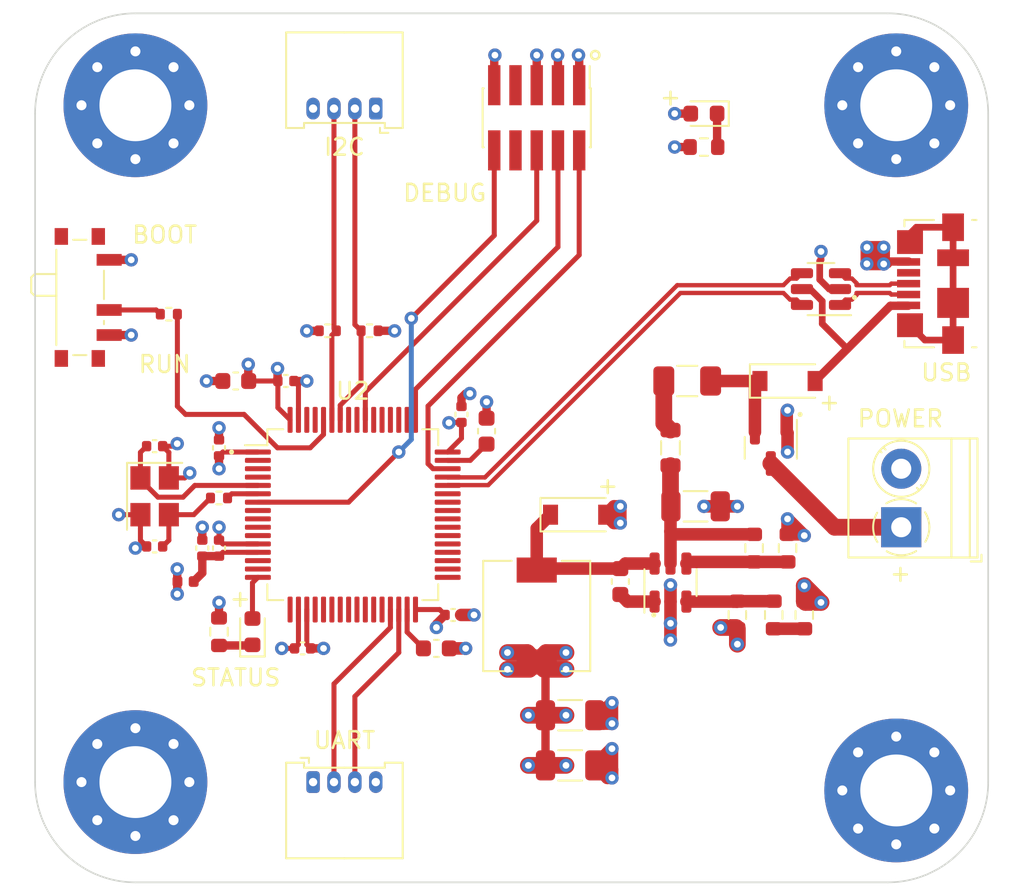
<source format=kicad_pcb>
(kicad_pcb (version 20211014) (generator pcbnew)
  (layers (0 "F.Cu" signal) (1 "In1.Cu" power) (2 "In2.Cu" power) (31 "B.Cu" signal) (34 "B.Paste" user) (35 "F.Paste" user) (36 "B.SilkS" user "B.Silkscreen") (37 "F.SilkS" user "F.Silkscreen") (38 "B.Mask" user) (39 "F.Mask" user) (44 "Edge.Cuts" user))
  (net 0 "")
  (net 1 "BUCK_IN")
  (net 2 "GND")
  (net 3 "+3V3")
  (net 4 "BUCK_BST")
  (net 5 "BUCK_SW")
  (net 6 "+3.3VA")
  (net 7 "Net-(C13-Pad1)")
  (net 8 "Net-(C14-Pad1)")
  (net 9 "HSE_IN")
  (net 10 "Net-(C16-Pad1)")
  (net 11 "Net-(D1-Pad1)")
  (net 12 "+5V")
  (net 13 "Net-(D3-Pad1)")
  (net 14 "LED_STATUS")
  (net 15 "Net-(D4-Pad1)")
  (net 16 "+12V")
  (net 17 "Net-(FB1-Pad1)")
  (net 18 "SWDIO")
  (net 19 "SWCLK")
  (net 20 "SWO")
  (net 23 "NRST")
  (net 24 "UART3_TX")
  (net 25 "UART3_RX")
  (net 26 "I2C1_SCL")
  (net 27 "I2C1_SDA")
  (net 28 "USB_CONN_D-")
  (net 29 "USB_CONN_D+")
  (net 31 "unconnected-(J5-Pad6)")
  (net 32 "BUCK_EN")
  (net 33 "BUCK_FB")
  (net 34 "Net-(R4-Pad1)")
  (net 35 "BOOT0")
  (net 36 "Net-(R7-Pad2)")
  (net 37 "HSE_OUT")
  (net 68 "USB_D-")
  (net 69 "USB_D+")
  (footprint "MountingHole:MountingHole_4.3mm_M4_Pad_Via" (layer "F.Cu") (at 130.5 67.5 180)
    (fp_text reference "H2")
    (fp_text value "MountingHole_Pad")
  )
  (footprint "Capacitor_SMD:C_0402_1005Metric" (layer "F.Cu") (at 95 100 180)
    (fp_text reference "C7")
    (fp_text value "100n" hide)
  )
  (footprint "Resistor_SMD:R_0603_1608Metric" (layer "F.Cu") (at 90 99 -90)
    (fp_text reference "R9")
    (fp_text value "1k5" hide)
  )
  (footprint "MountingHole:MountingHole_4.3mm_M4_Pad_Via" (layer "F.Cu") (at 85 67.5 180)
    (fp_text reference "H3")
    (fp_text value "MountingHole_Pad")
  )
  (footprint "Button_Switch_SMD:SW_SPDT_PCM12" (layer "F.Cu") (at 82 79 -90)
    (fp_text reference "SW1")
    (fp_text value "SW_SPDT")
  )
  (footprint "LED_SMD:LED_0603_1608Metric" (layer "F.Cu") (at 92 99 90)
    (fp_text reference "D3")
    (fp_text value "Blue")
  )
  (footprint "MountingHole:MountingHole_4.3mm_M4_Pad_Via" (layer "F.Cu") (at 85 108)
    (fp_text reference "H1")
    (fp_text value "MountingHole_Pad")
  )
  (footprint "MountingHole:MountingHole_4.3mm_M4_Pad_Via" (layer "F.Cu") (at 130.5 108.5)
    (fp_text reference "H4")
    (fp_text value "MountingHole_Pad")
  )
  (footprint "Inductor_SMD:L_0805_2012Metric" (layer "F.Cu") (at 117 88 -90)
    (fp_text reference "FB1")
    (fp_text value "600 @ 600MHz" hide)
  )
  (footprint "Capacitor_SMD:C_0402_1005Metric" (layer "F.Cu") (at 89 94 90)
    (fp_text reference "C11")
    (fp_text value "1u" hide)
  )
  (footprint "Capacitor_SMD:C_0402_1005Metric" (layer "F.Cu") (at 90 88 90)
    (fp_text reference "C6")
    (fp_text value "100n" hide)
  )
  (footprint "Resistor_SMD:R_0402_1005Metric" (layer "F.Cu") (at 90 91)
    (fp_text reference "R8")
    (fp_text value "47" hide)
  )
  (footprint "Resistor_SMD:R_0402_1005Metric" (layer "F.Cu") (at 96.505 80.995 180)
    (fp_text reference "R11")
    (fp_text value "2k2" hide)
  )
  (footprint "Package_TO_SOT_SMD:SOT-23-6" (layer "F.Cu") (at 117 96.0625 90)
    (fp_text reference "U1")
    (fp_text value "MP2359DJ-LF-Z")
  )
  (footprint "Resistor_SMD:R_0603_1608Metric" (layer "F.Cu") (at 122 94 90)
    (fp_text reference "R1")
    (fp_text value "10K" hide)
  )
  (footprint "Connector_Molex:Molex_PicoBlade_53048-0410_1x04_P1.25mm_Horizontal" (layer "F.Cu") (at 99.375 67.7 180)
    (fp_text reference "J4")
    (fp_text value "Conn_01x04")
  )
  (footprint "LED_SMD:LED_0603_1608Metric" (layer "F.Cu") (at 119 68 180)
    (fp_text reference "D4")
    (fp_text value "RED")
  )
  (footprint "Resistor_SMD:R_0603_1608Metric" (layer "F.Cu") (at 121 98 -90)
    (fp_text reference "R3")
    (fp_text value "47k" hide)
  )
  (footprint "Capacitor_SMD:C_0402_1005Metric" (layer "F.Cu") (at 86.15 93.9 180)
    (fp_text reference "C16")
    (fp_text value "12p" hide)
  )
  (footprint "Capacitor_SMD:C_0603_1608Metric" (layer "F.Cu") (at 114 96 90)
    (fp_text reference "C4")
    (fp_text value "10n" hide)
  )
  (footprint "Capacitor_SMD:C_0603_1608Metric" (layer "F.Cu") (at 106 87 90)
    (fp_text reference "C14")
    (fp_text value "2u2" hide)
  )
  (footprint "Resistor_SMD:R_0603_1608Metric" (layer "F.Cu") (at 123.175 98 90)
    (fp_text reference "R4")
    (fp_text value "15k" hide)
  )
  (footprint "TerminalBlock_Phoenix:TerminalBlock_Phoenix_PT-1,5-2-3.5-H_1x02_P3.50mm_Horizontal" (layer "F.Cu") (at 130.8 92.75 90)
    (fp_text reference "J1")
    (fp_text value "Screw_Terminal_01x02")
  )
  (footprint "Inductor_SMD:L_6.3x6.3_H3" (layer "F.Cu") (at 109 98.0625 -90)
    (fp_text reference "L1")
    (fp_text value "10u" hide)
  )
  (footprint "Connector_Molex:Molex_PicoBlade_53048-0410_1x04_P1.25mm_Horizontal" (layer "F.Cu") (at 95.625 108)
    (fp_text reference "J3")
    (fp_text value "Conn_01x04")
  )
  (footprint "Capacitor_SMD:C_0603_1608Metric" (layer "F.Cu") (at 103 100)
    (fp_text reference "C13")
    (fp_text value "2u2" hide)
  )
  (footprint "Inductor_SMD:L_0402_1005Metric" (layer "F.Cu") (at 88 96)
    (fp_text reference "L2")
    (fp_text value "39n" hide)
  )
  (footprint "Package_TO_SOT_SMD:SOT-23-6" (layer "F.Cu") (at 126 78.5 180)
    (fp_text reference "U3")
    (fp_text value "USBLC6-2SC6")
  )
  (footprint "Fuse:Fuse_1206_3216Metric" (layer "F.Cu") (at 118 84 180)
    (fp_text reference "F1")
    (fp_text value "250mA" hide)
  )
  (footprint "Diode_SMD:D_SOD-123" (layer "F.Cu") (at 111.475 92)
    (fp_text reference "D2")
    (fp_text value "B5819W")
  )
  (footprint "Connector_PinHeader_1.27mm:PinHeader_2x05_P1.27mm_Vertical_SMD" (layer "F.Cu") (at 109 68.25 -90)
    (fp_text reference "J2")
    (fp_text value "SWD")
  )
  (footprint "Package_TO_SOT_SMD:SOT-23" (layer "F.Cu") (at 123 88 -90)
    (fp_text reference "Q1")
    (fp_text value "AO3401A" hide)
  )
  (footprint "Capacitor_SMD:C_0402_1005Metric" (layer "F.Cu") (at 104 98)
    (fp_text reference "C8")
    (fp_text value "100n" hide)
  )
  (footprint "Resistor_SMD:R_0603_1608Metric" (layer "F.Cu") (at 124 94 -90)
    (fp_text reference "R2")
    (fp_text value "68k" hide)
  )
  (footprint "Capacitor_SMD:C_0402_1005Metric" (layer "F.Cu") (at 94 84)
    (fp_text reference "C10")
    (fp_text value "100n" hide)
  )
  (footprint "Diode_SMD:D_SOD-123" (layer "F.Cu") (at 124 84)
    (fp_text reference "D1")
    (fp_text value "B5819W" hide)
  )
  (footprint "Capacitor_SMD:C_1206_3216Metric" (layer "F.Cu") (at 111 107 180)
    (fp_text reference "C3")
    (fp_text value "10u" hide)
  )
  (footprint "Capacitor_SMD:C_0402_1005Metric" (layer "F.Cu") (at 90 94 90)
    (fp_text reference "C12")
    (fp_text value "1u" hide)
  )
  (footprint "Resistor_SMD:R_0402_1005Metric" (layer "F.Cu") (at 87 80 180)
    (fp_text reference "R7")
    (fp_text value "10K" hide)
  )
  (footprint "Connector_USB:USB_Micro-B_Molex_47346-0001" (layer "F.Cu") (at 132.7 78.175 90)
    (fp_text reference "J5")
    (fp_text value "USB_B_Micro")
  )
  (footprint "Capacitor_SMD:C_0402_1005Metric" (layer "F.Cu") (at 104.5 86 90)
    (fp_text reference "C9")
    (fp_text value "100n" hide)
  )
  (footprint "Capacitor_SMD:C_1206_3216Metric" (layer "F.Cu") (at 111 104 180)
    (fp_text reference "C2")
    (fp_text value "10u" hide)
  )
  (footprint "Resistor_SMD:R_0603_1608Metric" (layer "F.Cu") (at 119 70)
    (fp_text reference "R6")
    (fp_text value "1k" hide)
  )
  (footprint "Capacitor_SMD:C_0402_1005Metric" (layer "F.Cu") (at 86.15 87.9)
    (fp_text reference "C15")
    (fp_text value "12p" hide)
  )
  (footprint "Capacitor_SMD:C_0603_1608Metric" (layer "F.Cu") (at 91 84 180)
    (fp_text reference "C5")
    (fp_text value "4u7" hide)
  )
  (footprint "Resistor_SMD:R_0402_1005Metric" (layer "F.Cu") (at 99.005 80.995)
    (fp_text reference "R10")
    (fp_text value "2k2" hide)
  )
  (footprint "Resistor_SMD:R_0603_1608Metric" (layer "F.Cu") (at 125 98 -90)
    (fp_text reference "R5")
    (fp_text value "270" hide)
  )
  (footprint "Crystal:Crystal_SMD_3225-4Pin_3.2x2.5mm" (layer "F.Cu") (at 86.15 90.9 -90)
    (fp_text reference "Y1")
    (fp_text value "16MHz" hide)
  )
  (footprint "Capacitor_SMD:C_1206_3216Metric" (layer "F.Cu") (at 118.5 91.5)
    (fp_text reference "C1")
    (fp_text value "10u" hide)
  )
  (footprint "Package_QFP:LQFP-64_10x10mm_P0.5mm" (layer "F.Cu") (at 98 92)
    (fp_text reference "U2")
    (fp_text value "STM32F405RGT6")
  )
  (gr_circle (center 116 98) (end 116 98) (layer "F.SilkS") (width 0.15) (fill none))
  (gr_circle (center 90.75 88.25) (end 90.75 88.25) (layer "F.SilkS") (width 0.15) (fill none))
  (gr_circle (center 124.75 86) (end 124.75 86) (layer "F.SilkS") (width 0.15) (fill none))
  (gr_circle (center 128 79) (end 128 79) (layer "F.SilkS") (width 0.15) (fill none))
  (gr_circle (center 112.5 64.5) (end 112.75 64.5) (layer "F.SilkS") (width 0.15) (fill none))
  (gr_line (start 79 68) (end 79 108) (layer "Edge.Cuts") (width 0.1))
  (gr_arc (start 136 108) (mid 134.242641 112.242641) (end 130 114) (layer "Edge.Cuts") (width 0.1))
  (gr_arc (start 79 68) (mid 80.757359 63.757359) (end 85 62) (layer "Edge.Cuts") (width 0.1))
  (gr_arc (start 130 62) (mid 134.242641 63.757359) (end 136 68) (layer "Edge.Cuts") (width 0.1))
  (gr_line (start 130 62) (end 85 62) (layer "Edge.Cuts") (width 0.1))
  (gr_arc (start 85 114) (mid 80.757359 112.242641) (end 79 108) (layer "Edge.Cuts") (width 0.1))
  (gr_line (start 136 68) (end 136 108) (layer "Edge.Cuts") (width 0.1))
  (gr_line (start 130 114) (end 85 114) (layer "Edge.Cuts") (width 0.1))
  (gr_text "+" (at 91.265 97) (layer "F.SilkS") (effects (font (size 1 1))))
  (gr_text "POWER" (at 130.75 86.25) (layer "F.SilkS") (effects (font (size 1 1))))
  (gr_text "I2C" (at 97.5 70) (layer "F.SilkS") (effects (font (size 1 1))))
  (gr_text "BOOT" (at 86.75 75.25) (layer "F.SilkS") (effects (font (size 1 1))))
  (gr_text "+" (at 113.25 90.25) (layer "F.SilkS") (effects (font (size 1 1))))
  (gr_text "+" (at 117 67) (layer "F.SilkS") (effects (font (size 1 1))))
  (gr_text "USB" (at 133.5 83.5) (layer "F.SilkS") (effects (font (size 1 1))))
  (gr_text "DEBUG" (at 103.5 72.75) (layer "F.SilkS") (effects (font (size 1 1))))
  (gr_text "UART" (at 97.5 105.5) (layer "F.SilkS") (effects (font (size 1 1))))
  (gr_text "STATUS" (at 91 101.75) (layer "F.SilkS") (effects (font (size 1 1))))
  (gr_text "+" (at 130.75 95.5) (layer "F.SilkS") (effects (font (size 1 1))))
  (gr_text "RUN" (at 86.75 83) (layer "F.SilkS") (effects (font (size 1 1))))
  (gr_text "+" (at 126.5 85.25) (layer "F.SilkS") (effects (font (size 1 1))))
  (segment (start 117 91.525) (end 117.025 91.5) (width 0.75) (layer "F.Cu") (net 1))
  (segment (start 117 94.925) (end 117 93) (width 0.75) (layer "F.Cu") (net 1))
  (segment (start 117 93) (end 117 91.525) (width 0.75) (layer "F.Cu") (net 1))
  (segment (start 122 93.175) (end 117.175 93.175) (width 0.75) (layer "F.Cu") (net 1))
  (segment (start 117.175 93.175) (end 117 93) (width 0.75) (layer "F.Cu") (net 1))
  (segment (start 117 89.0625) (end 117 91.475) (width 1) (layer "F.Cu") (net 1))
  (segment (start 117 91.475) (end 117.025 91.5) (width 1) (layer "F.Cu") (net 1))
  (segment (start 87 89.8) (end 87.95 89.8) (width 0.3) (layer "F.Cu") (net 2))
  (segment (start 112.975 104.5) (end 112.475 104) (width 0.75) (layer "F.Cu") (net 2))
  (segment (start 112.75 104) (end 113.5 103.25) (width 0.75) (layer "F.Cu") (net 2))
  (segment (start 85.3 93.53) (end 85.67 93.9) (width 0.3) (layer "F.Cu") (net 2))
  (segment (start 90.23 93.75) (end 90 93.52) (width 0.3) (layer "F.Cu") (net 2))
  (segment (start 113.625 91.5) (end 113.125 92) (width 0.75) (layer "F.Cu") (net 2))
  (segment (start 84.75 81.25) (end 83.43 81.25) (width 0.5) (layer "F.Cu") (net 2))
  (segment (start 127.1375 78.5) (end 126.496902 78.5) (width 0.4) (layer "F.Cu") (net 2))
  (segment (start 130 77) (end 130 76.950978) (width 0.5) (layer "F.Cu") (net 2))
  (segment (start 113.5 107.75) (end 113.5 107.25) (width 0.75) (layer "F.Cu") (net 2))
  (segment (start 128.742714 76.988615) (end 128.742714 76.007286) (width 0.75) (layer "F.Cu") (net 2))
  (segment (start 121 91.5) (end 119.975 91.5) (width 0.75) (layer "F.Cu") (net 2))
  (segment (start 117.25 70) (end 118.175 70) (width 0.5) (layer "F.Cu") (net 2))
  (segment (start 114 92.5) (end 113.625 92.5) (width 0.75) (layer "F.Cu") (net 2))
  (segment (start 106.46 64.54) (end 106.5 64.5) (width 0.5) (layer "F.Cu") (net 2))
  (segment (start 89.25 84) (end 90.225 84) (width 0.5) (layer "F.Cu") (net 2))
  (segment (start 113.225 107.75) (end 112.475 107) (width 0.75) (layer "F.Cu") (net 2))
  (segment (start 125 93.25) (end 124 92.25) (width 0.75) (layer "F.Cu") (net 2))
  (segment (start 124 88.25) (end 124 87.1125) (width 0.75) (layer "F.Cu") (net 2))
  (segment (start 124 87.1125) (end 123.95 87.0625) (width 0.75) (layer "F.Cu") (net 2))
  (segment (start 114 92.5) (end 114 91.5) (width 0.75) (layer "F.Cu") (net 2))
  (segment (start 87 88.27) (end 86.63 87.9) (width 0.3) (layer "F.Cu") (net 2))
  (segment (start 117 98.5) (end 117 97.2) (width 0.75) (layer "F.Cu") (net 2))
  (segment (start 125.92452 76.82548) (end 126 76.75) (width 0.4) (layer "F.Cu") (net 2))
  (segment (start 113.5 103.25) (end 113.5 104.5) (width 0.75) (layer "F.Cu") (net 2))
  (segment (start 94.75 86.325) (end 94.75 84.27) (width 0.3) (layer "F.Cu") (net 2))
  (segment (start 85.1 93.9) (end 85 94) (width 0.3) (layer "F.Cu") (net 2))
  (segment (start 113.5 106) (end 113.475 106) (width 0.75) (layer "F.Cu") (net 2))
  (segment (start 129.731329 76) (end 128.742714 76.988615) (width 0.75) (layer "F.Cu") (net 2))
  (segment (start 85.3 92) (end 84 92) (width 0.3) (layer "F.Cu") (net 2))
  (segment (start 123.95 87.0625) (end 123.95 85.8) (width 0.75) (layer "F.Cu") (net 2))
  (segment (start 113.625 92.5) (end 113.125 92) (width 0.75) (layer "F.Cu") (net 2))
  (segment (start 106.46 66.3) (end 106.46 64.54) (width 0.5) (layer "F.Cu") (net 2))
  (segment (start 114 91.5) (end 113.625 91.5) (width 0.75) (layer "F.Cu") (net 2))
  (segment (start 129.75 77) (end 128.754099 77) (width 0.75) (layer "F.Cu") (net 2))
  (segment (start 123.95 85.8) (end 124 85.75) (width 0.75) (layer "F.Cu") (net 2))
  (segment (start 85.3 92) (end 85.3 93.53) (width 0.3) (layer "F.Cu") (net 2))
  (segment (start 113.5 106) (end 113.5 107.75) (width 0.75) (layer "F.Cu") (net 2))
  (segment (start 126 97.25) (end 125 96.25) (width 1) (layer "F.Cu") (net 2))
  (segment (start 103.775 100) (end 104.75 100) (width 0.75) (layer "F.Cu") (net 2))
  (segment (start 125.075 97.25) (end 125 97.175) (width 1) (layer "F.Cu") (net 2))
  (segment (start 130.100489 76.850489) (end 131.24 76.850489) (width 0.5) (layer "F.Cu") (net 2))
  (segment (start 104.5 85) (end 104.75 84.75) (width 0.5) (layer "F.Cu") (net 2))
  (segment (start 113.5 107.75) (end 113.225 107.75) (width 0.75) (layer "F.Cu") (net 2))
  (segment (start 94.75 99.77) (end 94.75 97.675) (width 0.3) (layer "F.Cu") (net 2))
  (segment (start 129.75 76) (end 129.731329 76) (width 0.75) (layer "F.Cu") (net 2))
  (segment (start 116.996508 98.503492) (end 117 98.5) (width 0.75) (layer "F.Cu") (net 2))
  (segment (start 92.325 93.75) (end 90.23 93.75) (width 0.3) (layer "F.Cu") (net 2))
  (segment (start 126 76.75) (end 126 76.25) (width 0.4) (layer "F.Cu") (net 2))
  (segment (start 113.5 107.25) (end 112.8625 106.6125) (width 0.75) (layer "F.Cu") (net 2))
  (segment (start 94.75 84.27) (end 94.48 84) (width 0.3) (layer "F.Cu") (net 2))
  (segment (start 126 97.25) (end 125.075 97.25) (width 1) (layer "F.Cu") (net 2))
  (segment (start 113.5 104.5) (end 112.975 104.5) (width 0.75) (layer "F.Cu") (net 2))
  (segment (start 104.48 98) (end 105.25 98) (width 0.75) (layer "F.Cu") (net 2))
  (segment (start 130 76.950978) (end 130.100489 76.850489) (width 0.5) (layer "F.Cu") (net 2))
  (segment (start 112.8625 106.6125) (end 112.475 107) (width 0.75) (layer "F.Cu") (net 2))
  (segment (start 87 89.8) (end 87 88.27) (width 0.3) (layer "F.Cu") (net 2))
  (segment (start 109 66.3) (end 109 64.5) (width 0.5) (layer "F.Cu") (net 2))
  (segment (start 124.925 93.175) (end 125 93.25) (width 0.75) (layer "F.Cu") (net 2))
  (segment (start 110.27 66.3) (end 110.27 64.52) (width 0.5) (layer "F.Cu") (net 2))
  (segment (start 110.27 64.52) (end 110.25 64.5) (width 0.5) (layer "F.Cu") (net 2))
  (segment (start 128.742714 76.007286) (end 128.75 76) (width 0.75) (layer "F.Cu") (net 2))
  (segment (start 112.475 104) (end 112.75 104) (width 0.75) (layer "F.Cu") (net 2))
  (segment (start 125.92452 77.927618) (end 125.92452 76.82548) (width 0.4) (layer "F.Cu") (net 2))
  (segment (start 116.996508 99.496002) (end 116.996508 98.503492) (width 0.75) (layer "F.Cu") (net 2))
  (segment (start 129.75 76) (end 129.75 77) (width 0.75) (layer "F.Cu") (net 2))
  (segment (start 95.25 84) (end 94.48 84) (width 0.5) (layer "F.Cu") (net 2))
  (segment (start 124 93.175) (end 124.925 93.175) (width 0.75) (layer "F.Cu") (net 2))
  (segment (start 90 87.52) (end 90 86.8) (width 0.5) (layer "F.Cu") (net 2))
  (segment (start 128.754099 77) (end 128.742714 76.988615) (width 0.75) (layer "F.Cu") (net 2))
  (segment (start 86.63 87.9) (end 87.35 87.9) (width 0.3) (layer "F.Cu") (net 2))
  (segment (start 89 93.52) (end 89 92.75) (width 0.5) (layer "F.Cu") (net 2))
  (segment (start 94.52 100) (end 94.75 99.77) (width 0.3) (layer "F.Cu") (net 2))
  (segment (start 125 97.175) (end 125 96.25) (width 1) (layer "F.Cu") (net 2))
  (segment (start 87.95 89.8) (end 88.25 89.5) (width 0.3) (layer "F.Cu") (net 2))
  (segment (start 106 86.225) (end 106 85.25) (width 0.5) (layer "F.Cu") (net 2))
  (segment (start 119 91.5) (end 119.975 91.5) (width 0.75) (layer "F.Cu") (net 2))
  (segment (start 113.475 106) (end 112.8625 106.6125) (width 0.75) (layer "F.Cu") (net 2))
  (segment (start 85.67 93.9) (end 85.1 93.9) (width 0.3) (layer "F.Cu") (net 2))
  (segment (start 129.75 76) (end 128.75 76) (width 0.75) (layer "F.Cu") (net 2))
  (segment (start 126.496902 78.5) (end 125.92452 77.927618) (width 0.4) (layer "F.Cu") (net 2))
  (segment (start 87.35 87.9) (end 87.5 87.75) (width 0.3) (layer "F.Cu") (net 2))
  (segment (start 90 98.175) (end 90 97.25) (width 0.5) (layer "F.Cu") (net 2))
  (segment (start 124 92.25) (end 124 93.175) (width 0.75) (layer "F.Cu") (net 2))
  (segment (start 117 97.2) (end 117 96.2) (width 0.75) (layer "F.Cu") (net 2))
  (segment (start 94.52 100) (end 93.75 100) (width 0.3) (layer "F.Cu") (net 2))
  (segment (start 90 93.52) (end 90 92.75) (width 0.3) (layer "F.Cu") (net 2))
  (segment (start 104.5 85.52) (end 104.5 85) (width 0.5) (layer "F.Cu") (net 2))
  (via (at 114 92.5) (size 0.8) (drill 0.4) (layers "F.Cu" "B.Cu") (net 2))
  (via (at 113.5 104.5) (size 0.8) (drill 0.4) (layers "F.Cu" "B.Cu") (net 2))
  (via (at 129.75 76) (size 0.8) (drill 0.4) (layers "F.Cu" "B.Cu") (net 2))
  (via (at 113.5 103.25) (size 0.8) (drill 0.4) (layers "F.Cu" "B.Cu") (net 2))
  (via (at 104.75 100) (size 0.8) (drill 0.4) (layers "F.Cu" "B.Cu") (net 2))
  (via (at 84 92) (size 0.8) (drill 0.4) (layers "F.Cu" "B.Cu") (net 2))
  (via (at 124 92.25) (size 0.8) (drill 0.4) (layers "F.Cu" "B.Cu") (net 2))
  (via (at 93.75 100) (size 0.8) (drill 0.4) (layers "F.Cu" "B.Cu") (net 2))
  (via (at 90 86.8) (size 0.8) (drill 0.4) (layers "F.Cu" "B.Cu") (net 2))
  (via (at 121 91.5) (size 0.8) (drill 0.4) (layers "F.Cu" "B.Cu") (net 2))
  (via (at 106 85.25) (size 0.8) (drill 0.4) (layers "F.Cu" "B.Cu") (net 2))
  (via (at 128.742714 76.988615) (size 0.8) (drill 0.4) (layers "F.Cu" "B.Cu") (net 2))
  (via (at 89 92.75) (size 0.8) (drill 0.4) (layers "F.Cu" "B.Cu") (net 2))
  (via (at 114 91.5) (size 0.8) (drill 0.4) (layers "F.Cu" "B.Cu") (net 2))
  (via (at 90 92.75) (size 0.8) (drill 0.4) (layers "F.Cu" "B.Cu") (net 2))
  (via (at 113.5 107.75) (size 0.8) (drill 0.4) (layers "F.Cu" "B.Cu") (net 2))
  (via (at 124 85.75) (size 0.8) (drill 0.4) (layers "F.Cu" "B.Cu") (net 2))
  (via (at 84.75 81.25) (size 0.8) (drill 0.4) (layers "F.Cu" "B.Cu") (net 2))
  (via (at 129.75 77) (size 0.8) (drill 0.4) (layers "F.Cu" "B.Cu") (net 2))
  (via (at 126 97.25) (size 0.8) (drill 0.4) (layers "F.Cu" "B.Cu") (net 2))
  (via (at 110.25 64.5) (size 0.8) (drill 0.4) (layers "F.Cu" "B.Cu") (net 2))
  (via (at 128.75 76) (size 0.8) (drill 0.4) (layers "F.Cu" "B.Cu") (net 2))
  (via (at 119 91.5) (size 0.8) (drill 0.4) (layers "F.Cu" "B.Cu") (net 2))
  (via (at 109 64.5) (size 0.8) (drill 0.4) (layers "F.Cu" "B.Cu") (net 2))
  (via (at 125 96.25) (size 0.8) (drill 0.4) (layers "F.Cu" "B.Cu") (net 2))
  (via (at 126 76.25) (size 0.8) (drill 0.4) (layers "F.Cu" "B.Cu") (net 2))
  (via (at 124 88.25) (size 0.8) (drill 0.4) (layers "F.Cu" "B.Cu") (net 2))
  (via (at 113.5 106) (size 0.8) (drill 0.4) (layers "F.Cu" "B.Cu") (net 2))
  (via (at 95.25 84) (size 0.8) (drill 0.4) (layers "F.Cu" "B.Cu") (net 2))
  (via (at 85 94) (size 0.8) (drill 0.4) (layers "F.Cu" "B.Cu") (net 2))
  (via (at 106.5 64.5) (size 0.8) (drill 0.4) (layers "F.Cu" "B.Cu") (net 2))
  (via (at 87.5 87.75) (size 0.8) (drill 0.4) (layers "F.Cu" "B.Cu") (net 2))
  (via (at 90 97.25) (size 0.8) (drill 0.4) (layers "F.Cu" "B.Cu") (net 2))
  (via (at 88.25 89.5) (size 0.8) (drill 0.4) (layers "F.Cu" "B.Cu") (net 2))
  (via (at 105.25 98) (size 0.8) (drill 0.4) (layers "F.Cu" "B.Cu") (net 2))
  (via (at 117.25 70) (size 0.8) (drill 0.4) (layers "F.Cu" "B.Cu") (net 2))
  (via (at 117 96.2) (size 0.8) (drill 0.4) (layers "F.Cu" "B.Cu") (net 2))
  (via (at 116.996508 99.496002) (size 0.8) (drill 0.4) (layers "F.Cu" "B.Cu") (net 2))
  (via (at 117 98.5) (size 0.8) (drill 0.4) (layers "F.Cu" "B.Cu") (net 2))
  (via (at 89.25 84) (size 0.8) (drill 0.4) (layers "F.Cu" "B.Cu") (net 2))
  (via (at 105 84.75) (size 0.8) (drill 0.4) (layers "F.Cu" "B.Cu") (net 2))
  (via (at 125 93.25) (size 0.8) (drill 0.4) (layers "F.Cu" "B.Cu") (net 2))
  (segment (start 87.5 95.985) (end 87.515 96) (width 0.5) (layer "F.Cu") (net 3))
  (segment (start 93.5 83.98) (end 93.52 84) (width 0.5) (layer "F.Cu") (net 3))
  (segment (start 121 99.75) (end 121 98.825) (width 1) (layer "F.Cu") (net 3))
  (segment (start 103 98.75) (end 103 98.52) (width 0.5) (layer "F.Cu") (net 3))
  (segment (start 84.75 76.75) (end 83.43 76.75) (width 0.5) (layer "F.Cu") (net 3))
  (segment (start 103.195 97.675) (end 103.52 98) (width 0.3) (layer "F.Cu") (net 3))
  (segment (start 101.75 97.675) (end 103.195 97.675) (width 0.3) (layer "F.Cu") (net 3))
  (segment (start 96.25 100) (end 95.48 100) (width 0.5) (layer "F.Cu") (net 3))
  (segment (start 108.5 107) (end 109.525 107) (width 1) (layer "F.Cu") (net 3))
  (segment (start 104.5 86.48) (end 103.77 86.48) (width 0.3) (layer "F.Cu") (net 3))
  (segment (start 117.25 68) (end 118.2125 68) (width 0.5) (layer "F.Cu") (net 3))
  (segment (start 104.5 86.48) (end 104.5 87.425) (width 0.3) (layer "F.Cu") (net 3))
  (segment (start 87.5 96.015) (end 87.515 96) (width 0.5) (layer "F.Cu") (net 3))
  (segment (start 92.325 88.25) (end 90.23 88.25) (width 0.3) (layer "F.Cu") (net 3))
  (segment (start 100.495 80.995) (end 100.5 81) (width 0.5) (layer "F.Cu") (net 3))
  (segment (start 109.5625 100.25) (end 109 100.8125) (width 1) (layer "F.Cu") (net 3))
  (segment (start 109.525 104) (end 109.525 101.3375) (width 0.5) (layer "F.Cu") (net 3))
  (segment (start 91.75 83.975) (end 91.775 84) (width 0.5) (layer "F.Cu") (net 3))
  (segment (start 87.5 96.75) (end 87.5 96.015) (width 0.5) (layer "F.Cu") (net 3))
  (segment (start 99.515 80.995) (end 100.495 80.995) (width 0.5) (layer "F.Cu") (net 3))
  (segment (start 90.23 88.25) (end 90 88.48) (width 0.3) (layer "F.Cu") (net 3))
  (segment (start 91.75 83) (end 91.75 83.975) (width 0.5) (layer "F.Cu") (net 3))
  (segment (start 104.5 87.425) (end 103.675 88.25) (width 0.3) (layer "F.Cu") (net 3))
  (segment (start 111.54 66.3) (end 111.54 64.54) (width 0.5) (layer "F.Cu") (net 3))
  (segment (start 95.25 81) (end 95.99 81) (width 0.5) (layer "F.Cu") (net 3))
  (segment (start 107.25 101.25) (end 108.5625 101.25) (width 1) (layer "F.Cu") (net 3))
  (segment (start 110.75 100.25) (end 109.5625 100.25) (width 1) (layer "F.Cu") (net 3))
  (segment (start 110.75 104) (end 109.525 104) (width 1) (layer "F.Cu") (net 3))
  (segment (start 103 98.52) (end 103.52 98) (width 0.5) (layer "F.Cu") (net 3))
  (segment (start 90 89.25) (end 90 88.48) (width 0.5) (layer "F.Cu") (net 3))
  (segment (start 107.25 100.25) (end 108.4375 100.25) (width 1) (layer "F.Cu") (net 3))
  (segment (start 110.75 101.25) (end 109.4375 101.25) (width 1) (layer "F.Cu") (net 3))
  (segment (start 93.52 84) (end 91.775 84) (width 0.3) (layer "F.Cu") (net 3))
  (segment (start 103.77 86.48) (end 103.75 86.5) (width 0.3) (layer "F.Cu") (net 3))
  (segment (start 95.99 81) (end 95.995 80.995) (width 0.5) (layer "F.Cu") (net 3))
  (segment (start 87.5 95.25) (end 87.5 95.985) (width 0.5) (layer "F.Cu") (net 3))
  (segment (start 93.5 83.25) (end 93.5 83.98) (width 0.5) (layer "F.Cu") (net 3))
  (segment (start 110.75 107) (end 109.525 107) (width 1) (layer "F.Cu") (net 3))
  (segment (start 108.5 104) (end 109.525 104) (width 1) (layer "F.Cu") (net 3))
  (segment (start 108.4375 100.25) (end 109 100.8125) (width 1) (layer "F.Cu") (net 3))
  (segment (start 95.25 99.77) (end 95.48 100) (width 0.3) (layer "F.Cu") (net 3))
  (segment (start 111.54 64.54) (end 111.5 64.5) (width 0.5) (layer "F.Cu") (net 3))
  (segment (start 109.525 107) (end 109.525 104) (width 0.5) (layer "F.Cu") (net 3))
  (segment (start 95.25 97.675) (end 95.25 99.77) (width 0.3) (layer "F.Cu") (net 3))
  (segment (start 120 98.75) (end 120.925 98.75) (width 1) (layer "F.Cu") (net 3))
  (segment (start 108.5625 101.25) (end 109 100.8125) (width 1) (layer "F.Cu") (net 3))
  (segment (start 93.52 85.595) (end 93.52 84) (width 0.3) (layer "F.Cu") (net 3))
  (segment (start 109.525 101.3375) (end 109 100.8125) (width 0.5) (layer "F.Cu") (net 3))
  (segment (start 109.4375 101.25) (end 109 100.8125) (width 1) (layer "F.Cu") (net 3))
  (segment (start 94.25 86.325) (end 93.52 85.595) (width 0.3) (layer "F.Cu") (net 3))
  (via (at 95.25 81) (size 0.8) (drill 0.4) (layers "F.Cu" "B.Cu") (net 3))
  (via (at 110.75 107) (size 0.8) (drill 0.4) (layers "F.Cu" "B.Cu") (net 3))
  (via (at 107.25 100.25) (size 0.8) (drill 0.4) (layers "F.Cu" "B.Cu") (net 3))
  (via (at 117.25 68) (size 0.8) (drill 0.4) (layers "F.Cu" "B.Cu") (net 3))
  (via (at 108.5 107) (size 0.8) (drill 0.4) (layers "F.Cu" "B.Cu") (net 3))
  (via (at 110.75 104) (size 0.8) (drill 0.4) (layers "F.Cu" "B.Cu") (net 3))
  (via (at 91.75 83) (size 0.8) (drill 0.4) (layers "F.Cu" "B.Cu") (net 3))
  (via (at 103.75 86.5) (size 0.8) (drill 0.4) (layers "F.Cu" "B.Cu") (net 3))
  (via (at 87.5 96.75) (size 0.8) (drill 0.4) (layers "F.Cu" "B.Cu") (net 3))
  (via (at 107.25 101.25) (size 0.8) (drill 0.4) (layers "F.Cu" "B.Cu") (net 3))
  (via (at 93.5 83.25) (size 0.8) (drill 0.4) (layers "F.Cu" "B.Cu") (net 3))
  (via (at 120 98.75) (size 0.8) (drill 0.4) (layers "F.Cu" "B.Cu") (net 3))
  (via (at 111.5 64.5) (size 0.8) (drill 0.4) (layers "F.Cu" "B.Cu") (net 3))
  (via (at 110.75 100.25) (size 0.8) (drill 0.4) (layers "F.Cu" "B.Cu") (net 3))
  (via (at 96.25 100) (size 0.8) (drill 0.4) (layers "F.Cu" "B.Cu") (net 3))
  (via (at 108.5 104) (size 0.8) (drill 0.4) (layers "F.Cu" "B.Cu") (net 3))
  (via (at 87.5 95.25) (size 0.8) (drill 0.4) (layers "F.Cu" "B.Cu") (net 3))
  (via (at 110.75 101.25) (size 0.8) (drill 0.4) (layers "F.Cu" "B.Cu") (net 3))
  (via (at 103 98.75) (size 0.8) (drill 0.4) (layers "F.Cu" "B.Cu") (net 3))
  (via (at 84.75 76.75) (size 0.8) (drill 0.4) (layers "F.Cu" "B.Cu") (net 3))
  (via (at 90 89.25) (size 0.8) (drill 0.4) (layers "F.Cu" "B.Cu") (net 3))
  (via (at 100.5 81) (size 0.8) (drill 0.4) (layers "F.Cu" "B.Cu") (net 3))
  (via (at 121 99.75) (size 0.8) (drill 0.4) (layers "F.Cu" "B.Cu") (net 3))
  (segment (start 114.425 97.2) (end 114 96.775) (width 0.75) (layer "F.Cu") (net 4))
  (segment (start 116.05 97.2) (end 114.425 97.2) (width 0.75) (layer "F.Cu") (net 4))
  (segment (start 114 95.225) (end 109.0875 95.225) (width 0.75) (layer "F.Cu") (net 5))
  (segment (start 109 95.3125) (end 109 92.825) (width 0.75) (layer "F.Cu") (net 5))
  (segment (start 109.0875 95.225) (end 109 95.3125) (width 0.75) (layer "F.Cu") (net 5))
  (segment (start 116.05 94.925) (end 114.3 94.925) (width 0.75) (layer "F.Cu") (net 5))
  (segment (start 114.3 94.925) (end 114 95.225) (width 0.75) (layer "F.Cu") (net 5))
  (segment (start 109 92.825) (end 109.825 92) (width 0.75) (layer "F.Cu") (net 5))
  (segment (start 89 94.48) (end 89 95.485) (width 0.5) (layer "F.Cu") (net 6))
  (segment (start 92.325 94.25) (end 90.23 94.25) (width 0.3) (layer "F.Cu") (net 6))
  (segment (start 90.23 94.25) (end 90 94.48) (width 0.3) (layer "F.Cu") (net 6))
  (segment (start 89 95.485) (end 88.485 96) (width 0.5) (layer "F.Cu") (net 6))
  (segment (start 90 94.48) (end 89 94.48) (width 0.5) (layer "F.Cu") (net 6))
  (segment (start 101.25 99.025) (end 102.225 100) (width 0.3) (layer "F.Cu") (net 7))
  (segment (start 101.25 97.675) (end 101.25 99.025) (width 0.3) (layer "F.Cu") (net 7))
  (segment (start 105.025 88.75) (end 106 87.775) (width 0.3) (layer "F.Cu") (net 8))
  (segment (start 103.675 88.75) (end 105.025 88.75) (width 0.3) (layer "F.Cu") (net 8))
  (segment (start 85.3 88.27) (end 85.67 87.9) (width 0.3) (layer "F.Cu") (net 9))
  (segment (start 85.3 89.8) (end 85.3 88.27) (width 0.3) (layer "F.Cu") (net 9))
  (segment (start 92.325 90.25) (end 88.549022 90.25) (width 0.3) (layer "F.Cu") (net 9))
  (segment (start 87.848533 90.950489) (end 86.350489 90.950489) (width 0.3) (layer "F.Cu") (net 9))
  (segment (start 85.3 89.9) (end 85.3 89.8) (width 0.3) (layer "F.Cu") (net 9))
  (segment (start 88.549022 90.25) (end 87.848533 90.950489) (width 0.3) (layer "F.Cu") (net 9))
  (segment (start 86.350489 90.950489) (end 85.3 89.9) (width 0.3) (layer "F.Cu") (net 9))
  (segment (start 87 92) (end 87 93.53) (width 0.3) (layer "F.Cu") (net 10))
  (segment (start 88.49 92) (end 87 92) (width 0.3) (layer "F.Cu") (net 10))
  (segment (start 87 93.53) (end 86.63 93.9) (width 0.3) (layer "F.Cu") (net 10))
  (segment (start 89.49 91) (end 88.49 92) (width 0.3) (layer "F.Cu") (net 10))
  (segment (start 122.05 84.3) (end 122.35 84) (width 0.75) (layer "F.Cu") (net 11))
  (segment (start 122.05 87.0625) (end 122.05 84.3) (width 0.75) (layer "F.Cu") (net 11))
  (segment (start 122.35 84) (end 119.4 84) (width 0.75) (layer "F.Cu") (net 11))
  (segment (start 124.8625 78.5) (end 125.352138 78.5) (width 0.4) (layer "F.Cu") (net 12))
  (segment (start 127.575 82.075) (end 130.150489 79.499511) (width 0.5) (layer "F.Cu") (net 12))
  (segment (start 125.352138 78.5) (end 126.07548 79.223342) (width 0.4) (layer "F.Cu") (net 12))
  (segment (start 125.65 84) (end 127.575 82.075) (width 0.5) (layer "F.Cu") (net 12))
  (segment (start 126.07548 80.57548) (end 127.575 82.075) (width 0.4) (layer "F.Cu") (net 12))
  (segment (start 130.150489 79.499511) (end 131.215489 79.499511) (width 0.5) (layer "F.Cu") (net 12))
  (segment (start 126.07548 79.223342) (end 126.07548 80.57548) (width 0.4) (layer "F.Cu") (net 12))
  (segment (start 90 99.825) (end 91.9625 99.825) (width 0.5) (layer "F.Cu") (net 13))
  (segment (start 91.9625 99.825) (end 92 99.7875) (width 0.5) (layer "F.Cu") (net 13))
  (segment (start 92 96.075) (end 92.325 95.75) (width 0.3) (layer "F.Cu") (net 14))
  (segment (start 92 98.2125) (end 92 96.075) (width 0.3) (layer "F.Cu") (net 14))
  (segment (start 119.7875 68) (end 119.7875 69.9625) (width 0.5) (layer "F.Cu") (net 15))
  (segment (start 119.7875 69.9625) (end 119.825 70) (width 0.5) (layer "F.Cu") (net 15))
  (segment (start 130.8 92.75) (end 126.8125 92.75) (width 1) (layer "F.Cu") (net 16))
  (segment (start 126.8125 92.75) (end 123 88.9375) (width 1) (layer "F.Cu") (net 16))
  (segment (start 116.6 86.5375) (end 117 86.9375) (width 1) (layer "F.Cu") (net 17))
  (segment (start 116.6 84) (end 116.6 86.5375) (width 1) (layer "F.Cu") (net 17))
  (segment (start 102.5 85.5) (end 111.54 76.46) (width 0.3) (layer "F.Cu") (net 18))
  (segment (start 111.54 76.46) (end 111.54 70.2) (width 0.3) (layer "F.Cu") (net 18))
  (segment (start 102.5 88.950361) (end 102.5 85.5) (width 0.3) (layer "F.Cu") (net 18))
  (segment (start 102.799639 89.25) (end 102.5 88.950361) (width 0.3) (layer "F.Cu") (net 18))
  (segment (start 103.675 89.25) (end 102.799639 89.25) (width 0.3) (layer "F.Cu") (net 18))
  (segment (start 101.75 84.5) (end 110.27 75.98) (width 0.3) (layer "F.Cu") (net 19))
  (segment (start 110.27 75.98) (end 110.27 70.2) (width 0.3) (layer "F.Cu") (net 19))
  (segment (start 101.75 86.325) (end 101.75 84.5) (width 0.3) (layer "F.Cu") (net 19))
  (segment (start 109 74.406067) (end 109 70.2) (width 0.3) (layer "F.Cu") (net 20))
  (segment (start 98.75 84.656067) (end 109 74.406067) (width 0.3) (layer "F.Cu") (net 20))
  (segment (start 98.75 86.325) (end 98.75 84.656067) (width 0.3) (layer "F.Cu") (net 20))
  (segment (start 92.325 91.25) (end 97.75 91.25) (width 0.3) (layer "F.Cu") (net 23))
  (segment (start 101.5 80.25) (end 106.46 75.29) (width 0.3) (layer "F.Cu") (net 23))
  (segment (start 106.46 75.29) (end 106.46 70.2) (width 0.3) (layer "F.Cu") (net 23))
  (segment (start 97.75 91.25) (end 100.75 88.25) (width 0.3) (layer "F.Cu") (net 23))
  (via (at 101.5 80.25) (size 0.8) (drill 0.4) (layers "F.Cu" "B.Cu") (net 23))
  (via (at 100.75 88.25) (size 0.8) (drill 0.4) (layers "F.Cu" "B.Cu") (net 23))
  (segment (start 100.75 88.25) (end 101.5 87.5) (width 0.3) (layer "B.Cu") (net 23))
  (segment (start 101.5 87.5) (end 101.5 80.25) (width 0.3) (layer "B.Cu") (net 23))
  (segment (start 100.25 97.675) (end 100.25 98.75) (width 0.3) (layer "F.Cu") (net 24))
  (segment (start 96.875 102.125) (end 96.875 108) (width 0.3) (layer "F.Cu") (net 24))
  (segment (start 100.25 98.75) (end 96.875 102.125) (width 0.3) (layer "F.Cu") (net 24))
  (segment (start 98.125 102.875) (end 98.125 108) (width 0.3) (layer "F.Cu") (net 25))
  (segment (start 100.75 97.675) (end 100.75 100.25) (width 0.3) (layer "F.Cu") (net 25))
  (segment (start 100.75 100.25) (end 98.125 102.875) (width 0.3) (layer "F.Cu") (net 25))
  (segment (start 98.125 80.625) (end 98.125 67.7) (width 0.3) (layer "F.Cu") (net 26))
  (segment (start 97.25 85.449639) (end 98.495 84.204639) (width 0.3) (layer "F.Cu") (net 26))
  (segment (start 98.495 84.204639) (end 98.495 80.995) (width 0.3) (layer "F.Cu") (net 26))
  (segment (start 98.495 80.995) (end 98.125 80.625) (width 0.3) (layer "F.Cu") (net 26))
  (segment (start 97.25 86.325) (end 97.25 85.449639) (width 0.3) (layer "F.Cu") (net 26))
  (segment (start 96.875 67.7) (end 96.875 80.855) (width 0.3) (layer "F.Cu") (net 27))
  (segment (start 96.75 81.26) (end 97.015 80.995) (width 0.3) (layer "F.Cu") (net 27))
  (segment (start 96.875 80.855) (end 97.015 80.995) (width 0.3) (layer "F.Cu") (net 27))
  (segment (start 96.75 86.325) (end 96.75 81.26) (width 0.3) (layer "F.Cu") (net 27))
  (segment (start 128.130076 78.848853) (end 128.130077 78.732156) (width 0.261112) (layer "F.Cu") (net 28))
  (segment (start 130.204999 78.825) (end 131.24 78.825) (width 0.261112) (layer "F.Cu") (net 28))
  (segment (start 130.112155 78.732156) (end 130.204999 78.825) (width 0.261112) (layer "F.Cu") (net 28))
  (segment (start 130.112155 78.732156) (end 128.130077 78.732156) (width 0.261112) (layer "F.Cu") (net 28))
  (segment (start 127.457424 79.130076) (end 127.848853 79.130076) (width 0.261112) (layer "F.Cu") (net 28))
  (segment (start 127.1375 79.45) (end 127.457424 79.130076) (width 0.261112) (layer "F.Cu") (net 28))
  (segment (start 127.848853 79.130076) (end 128.130076 78.848853) (width 0.261112) (layer "F.Cu") (net 28))
  (segment (start 130.204999 78.175) (end 131.24 78.175) (width 0.261112) (layer "F.Cu") (net 29))
  (segment (start 130.112155 78.267844) (end 130.204999 78.175) (width 0.261112) (layer "F.Cu") (net 29))
  (segment (start 127.457424 77.869924) (end 127.848853 77.869924) (width 0.261112) (layer "F.Cu") (net 29))
  (segment (start 128.130076 78.151147) (end 128.130077 78.267844) (width 0.261112) (layer "F.Cu") (net 29))
  (segment (start 127.1375 77.55) (end 127.457424 77.869924) (width 0.261112) (layer "F.Cu") (net 29))
  (segment (start 130.112155 78.267844) (end 128.130077 78.267844) (width 0.261112) (layer "F.Cu") (net 29))
  (segment (start 127.848853 77.869924) (end 128.130076 78.151147) (width 0.261112) (layer "F.Cu") (net 29))
  (segment (start 131.7 74.8) (end 133.9 74.8) (width 0.4) (layer "F.Cu") (net 31))
  (segment (start 132.2125 81.55) (end 131.325 80.6625) (width 0.4) (layer "F.Cu") (net 31))
  (segment (start 131.325 75.6875) (end 131.325 75.175) (width 0.4) (layer "F.Cu") (net 31))
  (segment (start 133.9 74.8) (end 133.9 76.625) (width 0.4) (layer "F.Cu") (net 31))
  (segment (start 131.325 75.175) (end 131.7 74.8) (width 0.4) (layer "F.Cu") (net 31))
  (segment (start 133.9 81.55) (end 132.2125 81.55) (width 0.4) (layer "F.Cu") (net 31))
  (segment (start 133.9 76.625) (end 133.9 79.325) (width 0.4) (layer "F.Cu") (net 31))
  (segment (start 133.9 79.325) (end 133.9 81.55) (width 0.4) (layer "F.Cu") (net 31))
  (segment (start 122 94.825) (end 118.05 94.825) (width 0.75) (layer "F.Cu") (net 32))
  (segment (start 118.05 94.825) (end 117.95 94.925) (width 0.75) (layer "F.Cu") (net 32))
  (segment (start 124 94.825) (end 122 94.825) (width 0.75) (layer "F.Cu") (net 32))
  (segment (start 121 97.175) (end 123.175 97.175) (width 0.75) (layer "F.Cu") (net 33))
  (segment (start 117.95 97.2) (end 120.975 97.2) (width 0.75) (layer "F.Cu") (net 33))
  (segment (start 120.975 97.2) (end 121 97.175) (width 0.75) (layer "F.Cu") (net 33))
  (segment (start 125 98.825) (end 123.175 98.825) (width 0.75) (layer "F.Cu") (net 34))
  (segment (start 87.51 85.51) (end 87.51 80) (width 0.3) (layer "F.Cu") (net 35))
  (segment (start 95.450361 88) (end 93.5 88) (width 0.3) (layer "F.Cu") (net 35))
  (segment (start 96.25 86.325) (end 96.25 87.200361) (width 0.3) (layer "F.Cu") (net 35))
  (segment (start 88 86) (end 87.51 85.51) (width 0.3) (layer "F.Cu") (net 35))
  (segment (start 93.5 88) (end 91.5 86) (width 0.3) (layer "F.Cu") (net 35))
  (segment (start 96.25 87.200361) (end 95.450361 88) (width 0.3) (layer "F.Cu") (net 35))
  (segment (start 91.5 86) (end 88 86) (width 0.3) (layer "F.Cu") (net 35))
  (segment (start 86.24 79.75) (end 83.43 79.75) (width 0.3) (layer "F.Cu") (net 36))
  (segment (start 86.49 80) (end 86.24 79.75) (width 0.3) (layer "F.Cu") (net 36))
  (segment (start 92.325 90.75) (end 90.76 90.75) (width 0.3) (layer "F.Cu") (net 37))
  (segment (start 90.76 90.75) (end 90.51 91) (width 0.3) (layer "F.Cu") (net 37))
  (segment (start 124.8625 79.45) (end 124.542576 79.130076) (width 0.261112) (layer "F.Cu") (net 68))
  (segment (start 124.151147 79.130076) (end 123.753228 78.732157) (width 0.261112) (layer "F.Cu") (net 68))
  (segment (start 117.596163 78.732157) (end 106.096163 90.232157) (width 0.261112) (layer "F.Cu") (net 68))
  (segment (start 103.692843 90.232157) (end 103.675 90.25) (width 0.261112) (layer "F.Cu") (net 68))
  (segment (start 106.096163 90.232157) (end 103.692843 90.232157) (width 0.261112) (layer "F.Cu") (net 68))
  (segment (start 124.542576 79.130076) (end 124.151147 79.130076) (width 0.261112) (layer "F.Cu") (net 68))
  (segment (start 123.753228 78.732157) (end 117.596163 78.732157) (width 0.261112) (layer "F.Cu") (net 68))
  (segment (start 124.542576 77.869924) (end 124.151147 77.869924) (width 0.261112) (layer "F.Cu") (net 69))
  (segment (start 117.403837 78.267843) (end 105.903837 89.767843) (width 0.261112) (layer "F.Cu") (net 69))
  (segment (start 103.692843 89.767843) (end 103.675 89.75) (width 0.261112) (layer "F.Cu") (net 69))
  (segment (start 124.151147 77.869924) (end 123.753228 78.267843) (width 0.261112) (layer "F.Cu") (net 69))
  (segment (start 105.903837 89.767843) (end 103.692843 89.767843) (width 0.261112) (layer "F.Cu") (net 69))
  (segment (start 123.753228 78.267843) (end 117.403837 78.267843) (width 0.261112) (layer "F.Cu") (net 69))
  (segment (start 124.8625 77.55) (end 124.542576 77.869924) (width 0.261112) (layer "F.Cu") (net 69))
)
</source>
